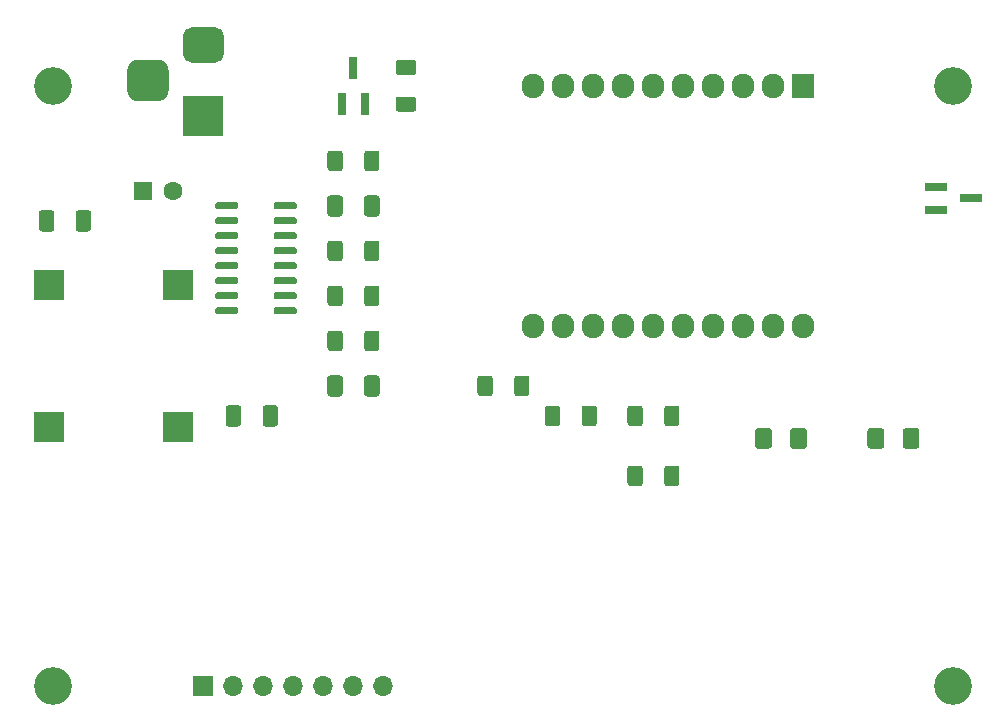
<source format=gbr>
%TF.GenerationSoftware,KiCad,Pcbnew,5.1.8+dfsg1-1+b1*%
%TF.CreationDate,2021-04-12T18:27:31-05:00*%
%TF.ProjectId,weather,77656174-6865-4722-9e6b-696361645f70,B*%
%TF.SameCoordinates,Original*%
%TF.FileFunction,Soldermask,Top*%
%TF.FilePolarity,Negative*%
%FSLAX46Y46*%
G04 Gerber Fmt 4.6, Leading zero omitted, Abs format (unit mm)*
G04 Created by KiCad (PCBNEW 5.1.8+dfsg1-1+b1) date 2021-04-12 18:27:31*
%MOMM*%
%LPD*%
G01*
G04 APERTURE LIST*
%ADD10R,0.800000X1.900000*%
%ADD11R,1.900000X0.800000*%
%ADD12C,1.600000*%
%ADD13R,1.600000X1.600000*%
%ADD14R,2.500000X2.500000*%
%ADD15O,1.700000X1.700000*%
%ADD16R,1.700000X1.700000*%
%ADD17R,3.500000X3.500000*%
%ADD18O,1.900000X2.100000*%
%ADD19R,1.900000X2.100000*%
%ADD20C,3.200000*%
G04 APERTURE END LIST*
D10*
%TO.C,Q2*%
X76200000Y-49300000D03*
X77150000Y-52300000D03*
X75250000Y-52300000D03*
%TD*%
D11*
%TO.C,Q1*%
X128500000Y-60325000D03*
X125500000Y-61275000D03*
X125500000Y-59375000D03*
%TD*%
%TO.C,R9*%
G36*
G01*
X77100000Y-65395000D02*
X77100000Y-64145000D01*
G75*
G02*
X77350000Y-63895000I250000J0D01*
G01*
X78150000Y-63895000D01*
G75*
G02*
X78400000Y-64145000I0J-250000D01*
G01*
X78400000Y-65395000D01*
G75*
G02*
X78150000Y-65645000I-250000J0D01*
G01*
X77350000Y-65645000D01*
G75*
G02*
X77100000Y-65395000I0J250000D01*
G01*
G37*
G36*
G01*
X74000000Y-65395000D02*
X74000000Y-64145000D01*
G75*
G02*
X74250000Y-63895000I250000J0D01*
G01*
X75050000Y-63895000D01*
G75*
G02*
X75300000Y-64145000I0J-250000D01*
G01*
X75300000Y-65395000D01*
G75*
G02*
X75050000Y-65645000I-250000J0D01*
G01*
X74250000Y-65645000D01*
G75*
G02*
X74000000Y-65395000I0J250000D01*
G01*
G37*
%TD*%
%TO.C,R8*%
G36*
G01*
X75300000Y-56525000D02*
X75300000Y-57775000D01*
G75*
G02*
X75050000Y-58025000I-250000J0D01*
G01*
X74250000Y-58025000D01*
G75*
G02*
X74000000Y-57775000I0J250000D01*
G01*
X74000000Y-56525000D01*
G75*
G02*
X74250000Y-56275000I250000J0D01*
G01*
X75050000Y-56275000D01*
G75*
G02*
X75300000Y-56525000I0J-250000D01*
G01*
G37*
G36*
G01*
X78400000Y-56525000D02*
X78400000Y-57775000D01*
G75*
G02*
X78150000Y-58025000I-250000J0D01*
G01*
X77350000Y-58025000D01*
G75*
G02*
X77100000Y-57775000I0J250000D01*
G01*
X77100000Y-56525000D01*
G75*
G02*
X77350000Y-56275000I250000J0D01*
G01*
X78150000Y-56275000D01*
G75*
G02*
X78400000Y-56525000I0J-250000D01*
G01*
G37*
%TD*%
%TO.C,R7*%
G36*
G01*
X81270000Y-49900000D02*
X80020000Y-49900000D01*
G75*
G02*
X79770000Y-49650000I0J250000D01*
G01*
X79770000Y-48850000D01*
G75*
G02*
X80020000Y-48600000I250000J0D01*
G01*
X81270000Y-48600000D01*
G75*
G02*
X81520000Y-48850000I0J-250000D01*
G01*
X81520000Y-49650000D01*
G75*
G02*
X81270000Y-49900000I-250000J0D01*
G01*
G37*
G36*
G01*
X81270000Y-53000000D02*
X80020000Y-53000000D01*
G75*
G02*
X79770000Y-52750000I0J250000D01*
G01*
X79770000Y-51950000D01*
G75*
G02*
X80020000Y-51700000I250000J0D01*
G01*
X81270000Y-51700000D01*
G75*
G02*
X81520000Y-51950000I0J-250000D01*
G01*
X81520000Y-52750000D01*
G75*
G02*
X81270000Y-53000000I-250000J0D01*
G01*
G37*
%TD*%
%TO.C,R6*%
G36*
G01*
X75300000Y-67955000D02*
X75300000Y-69205000D01*
G75*
G02*
X75050000Y-69455000I-250000J0D01*
G01*
X74250000Y-69455000D01*
G75*
G02*
X74000000Y-69205000I0J250000D01*
G01*
X74000000Y-67955000D01*
G75*
G02*
X74250000Y-67705000I250000J0D01*
G01*
X75050000Y-67705000D01*
G75*
G02*
X75300000Y-67955000I0J-250000D01*
G01*
G37*
G36*
G01*
X78400000Y-67955000D02*
X78400000Y-69205000D01*
G75*
G02*
X78150000Y-69455000I-250000J0D01*
G01*
X77350000Y-69455000D01*
G75*
G02*
X77100000Y-69205000I0J250000D01*
G01*
X77100000Y-67955000D01*
G75*
G02*
X77350000Y-67705000I250000J0D01*
G01*
X78150000Y-67705000D01*
G75*
G02*
X78400000Y-67955000I0J-250000D01*
G01*
G37*
%TD*%
%TO.C,R5*%
G36*
G01*
X75300000Y-71765000D02*
X75300000Y-73015000D01*
G75*
G02*
X75050000Y-73265000I-250000J0D01*
G01*
X74250000Y-73265000D01*
G75*
G02*
X74000000Y-73015000I0J250000D01*
G01*
X74000000Y-71765000D01*
G75*
G02*
X74250000Y-71515000I250000J0D01*
G01*
X75050000Y-71515000D01*
G75*
G02*
X75300000Y-71765000I0J-250000D01*
G01*
G37*
G36*
G01*
X78400000Y-71765000D02*
X78400000Y-73015000D01*
G75*
G02*
X78150000Y-73265000I-250000J0D01*
G01*
X77350000Y-73265000D01*
G75*
G02*
X77100000Y-73015000I0J250000D01*
G01*
X77100000Y-71765000D01*
G75*
G02*
X77350000Y-71515000I250000J0D01*
G01*
X78150000Y-71515000D01*
G75*
G02*
X78400000Y-71765000I0J-250000D01*
G01*
G37*
%TD*%
%TO.C,C5*%
G36*
G01*
X77100000Y-61610001D02*
X77100000Y-60309999D01*
G75*
G02*
X77349999Y-60060000I249999J0D01*
G01*
X78175001Y-60060000D01*
G75*
G02*
X78425000Y-60309999I0J-249999D01*
G01*
X78425000Y-61610001D01*
G75*
G02*
X78175001Y-61860000I-249999J0D01*
G01*
X77349999Y-61860000D01*
G75*
G02*
X77100000Y-61610001I0J249999D01*
G01*
G37*
G36*
G01*
X73975000Y-61610001D02*
X73975000Y-60309999D01*
G75*
G02*
X74224999Y-60060000I249999J0D01*
G01*
X75050001Y-60060000D01*
G75*
G02*
X75300000Y-60309999I0J-249999D01*
G01*
X75300000Y-61610001D01*
G75*
G02*
X75050001Y-61860000I-249999J0D01*
G01*
X74224999Y-61860000D01*
G75*
G02*
X73975000Y-61610001I0J249999D01*
G01*
G37*
%TD*%
%TO.C,C4*%
G36*
G01*
X77100000Y-76850001D02*
X77100000Y-75549999D01*
G75*
G02*
X77349999Y-75300000I249999J0D01*
G01*
X78175001Y-75300000D01*
G75*
G02*
X78425000Y-75549999I0J-249999D01*
G01*
X78425000Y-76850001D01*
G75*
G02*
X78175001Y-77100000I-249999J0D01*
G01*
X77349999Y-77100000D01*
G75*
G02*
X77100000Y-76850001I0J249999D01*
G01*
G37*
G36*
G01*
X73975000Y-76850001D02*
X73975000Y-75549999D01*
G75*
G02*
X74224999Y-75300000I249999J0D01*
G01*
X75050001Y-75300000D01*
G75*
G02*
X75300000Y-75549999I0J-249999D01*
G01*
X75300000Y-76850001D01*
G75*
G02*
X75050001Y-77100000I-249999J0D01*
G01*
X74224999Y-77100000D01*
G75*
G02*
X73975000Y-76850001I0J249999D01*
G01*
G37*
%TD*%
%TO.C,U2*%
G36*
G01*
X69445000Y-61110000D02*
X69445000Y-60810000D01*
G75*
G02*
X69595000Y-60660000I150000J0D01*
G01*
X71245000Y-60660000D01*
G75*
G02*
X71395000Y-60810000I0J-150000D01*
G01*
X71395000Y-61110000D01*
G75*
G02*
X71245000Y-61260000I-150000J0D01*
G01*
X69595000Y-61260000D01*
G75*
G02*
X69445000Y-61110000I0J150000D01*
G01*
G37*
G36*
G01*
X69445000Y-62380000D02*
X69445000Y-62080000D01*
G75*
G02*
X69595000Y-61930000I150000J0D01*
G01*
X71245000Y-61930000D01*
G75*
G02*
X71395000Y-62080000I0J-150000D01*
G01*
X71395000Y-62380000D01*
G75*
G02*
X71245000Y-62530000I-150000J0D01*
G01*
X69595000Y-62530000D01*
G75*
G02*
X69445000Y-62380000I0J150000D01*
G01*
G37*
G36*
G01*
X69445000Y-63650000D02*
X69445000Y-63350000D01*
G75*
G02*
X69595000Y-63200000I150000J0D01*
G01*
X71245000Y-63200000D01*
G75*
G02*
X71395000Y-63350000I0J-150000D01*
G01*
X71395000Y-63650000D01*
G75*
G02*
X71245000Y-63800000I-150000J0D01*
G01*
X69595000Y-63800000D01*
G75*
G02*
X69445000Y-63650000I0J150000D01*
G01*
G37*
G36*
G01*
X69445000Y-64920000D02*
X69445000Y-64620000D01*
G75*
G02*
X69595000Y-64470000I150000J0D01*
G01*
X71245000Y-64470000D01*
G75*
G02*
X71395000Y-64620000I0J-150000D01*
G01*
X71395000Y-64920000D01*
G75*
G02*
X71245000Y-65070000I-150000J0D01*
G01*
X69595000Y-65070000D01*
G75*
G02*
X69445000Y-64920000I0J150000D01*
G01*
G37*
G36*
G01*
X69445000Y-66190000D02*
X69445000Y-65890000D01*
G75*
G02*
X69595000Y-65740000I150000J0D01*
G01*
X71245000Y-65740000D01*
G75*
G02*
X71395000Y-65890000I0J-150000D01*
G01*
X71395000Y-66190000D01*
G75*
G02*
X71245000Y-66340000I-150000J0D01*
G01*
X69595000Y-66340000D01*
G75*
G02*
X69445000Y-66190000I0J150000D01*
G01*
G37*
G36*
G01*
X69445000Y-67460000D02*
X69445000Y-67160000D01*
G75*
G02*
X69595000Y-67010000I150000J0D01*
G01*
X71245000Y-67010000D01*
G75*
G02*
X71395000Y-67160000I0J-150000D01*
G01*
X71395000Y-67460000D01*
G75*
G02*
X71245000Y-67610000I-150000J0D01*
G01*
X69595000Y-67610000D01*
G75*
G02*
X69445000Y-67460000I0J150000D01*
G01*
G37*
G36*
G01*
X69445000Y-68730000D02*
X69445000Y-68430000D01*
G75*
G02*
X69595000Y-68280000I150000J0D01*
G01*
X71245000Y-68280000D01*
G75*
G02*
X71395000Y-68430000I0J-150000D01*
G01*
X71395000Y-68730000D01*
G75*
G02*
X71245000Y-68880000I-150000J0D01*
G01*
X69595000Y-68880000D01*
G75*
G02*
X69445000Y-68730000I0J150000D01*
G01*
G37*
G36*
G01*
X69445000Y-70000000D02*
X69445000Y-69700000D01*
G75*
G02*
X69595000Y-69550000I150000J0D01*
G01*
X71245000Y-69550000D01*
G75*
G02*
X71395000Y-69700000I0J-150000D01*
G01*
X71395000Y-70000000D01*
G75*
G02*
X71245000Y-70150000I-150000J0D01*
G01*
X69595000Y-70150000D01*
G75*
G02*
X69445000Y-70000000I0J150000D01*
G01*
G37*
G36*
G01*
X64495000Y-70000000D02*
X64495000Y-69700000D01*
G75*
G02*
X64645000Y-69550000I150000J0D01*
G01*
X66295000Y-69550000D01*
G75*
G02*
X66445000Y-69700000I0J-150000D01*
G01*
X66445000Y-70000000D01*
G75*
G02*
X66295000Y-70150000I-150000J0D01*
G01*
X64645000Y-70150000D01*
G75*
G02*
X64495000Y-70000000I0J150000D01*
G01*
G37*
G36*
G01*
X64495000Y-68730000D02*
X64495000Y-68430000D01*
G75*
G02*
X64645000Y-68280000I150000J0D01*
G01*
X66295000Y-68280000D01*
G75*
G02*
X66445000Y-68430000I0J-150000D01*
G01*
X66445000Y-68730000D01*
G75*
G02*
X66295000Y-68880000I-150000J0D01*
G01*
X64645000Y-68880000D01*
G75*
G02*
X64495000Y-68730000I0J150000D01*
G01*
G37*
G36*
G01*
X64495000Y-67460000D02*
X64495000Y-67160000D01*
G75*
G02*
X64645000Y-67010000I150000J0D01*
G01*
X66295000Y-67010000D01*
G75*
G02*
X66445000Y-67160000I0J-150000D01*
G01*
X66445000Y-67460000D01*
G75*
G02*
X66295000Y-67610000I-150000J0D01*
G01*
X64645000Y-67610000D01*
G75*
G02*
X64495000Y-67460000I0J150000D01*
G01*
G37*
G36*
G01*
X64495000Y-66190000D02*
X64495000Y-65890000D01*
G75*
G02*
X64645000Y-65740000I150000J0D01*
G01*
X66295000Y-65740000D01*
G75*
G02*
X66445000Y-65890000I0J-150000D01*
G01*
X66445000Y-66190000D01*
G75*
G02*
X66295000Y-66340000I-150000J0D01*
G01*
X64645000Y-66340000D01*
G75*
G02*
X64495000Y-66190000I0J150000D01*
G01*
G37*
G36*
G01*
X64495000Y-64920000D02*
X64495000Y-64620000D01*
G75*
G02*
X64645000Y-64470000I150000J0D01*
G01*
X66295000Y-64470000D01*
G75*
G02*
X66445000Y-64620000I0J-150000D01*
G01*
X66445000Y-64920000D01*
G75*
G02*
X66295000Y-65070000I-150000J0D01*
G01*
X64645000Y-65070000D01*
G75*
G02*
X64495000Y-64920000I0J150000D01*
G01*
G37*
G36*
G01*
X64495000Y-63650000D02*
X64495000Y-63350000D01*
G75*
G02*
X64645000Y-63200000I150000J0D01*
G01*
X66295000Y-63200000D01*
G75*
G02*
X66445000Y-63350000I0J-150000D01*
G01*
X66445000Y-63650000D01*
G75*
G02*
X66295000Y-63800000I-150000J0D01*
G01*
X64645000Y-63800000D01*
G75*
G02*
X64495000Y-63650000I0J150000D01*
G01*
G37*
G36*
G01*
X64495000Y-62380000D02*
X64495000Y-62080000D01*
G75*
G02*
X64645000Y-61930000I150000J0D01*
G01*
X66295000Y-61930000D01*
G75*
G02*
X66445000Y-62080000I0J-150000D01*
G01*
X66445000Y-62380000D01*
G75*
G02*
X66295000Y-62530000I-150000J0D01*
G01*
X64645000Y-62530000D01*
G75*
G02*
X64495000Y-62380000I0J150000D01*
G01*
G37*
G36*
G01*
X64495000Y-61110000D02*
X64495000Y-60810000D01*
G75*
G02*
X64645000Y-60660000I150000J0D01*
G01*
X66295000Y-60660000D01*
G75*
G02*
X66445000Y-60810000I0J-150000D01*
G01*
X66445000Y-61110000D01*
G75*
G02*
X66295000Y-61260000I-150000J0D01*
G01*
X64645000Y-61260000D01*
G75*
G02*
X64495000Y-61110000I0J150000D01*
G01*
G37*
%TD*%
D12*
%TO.C,C1*%
X60920000Y-59690000D03*
D13*
X58420000Y-59690000D03*
%TD*%
D14*
%TO.C,PS1*%
X50380000Y-79660000D03*
X61380000Y-79660000D03*
X61380000Y-67660000D03*
X50380000Y-67660000D03*
%TD*%
%TO.C,R4*%
G36*
G01*
X89800000Y-76825001D02*
X89800000Y-75574999D01*
G75*
G02*
X90049999Y-75325000I249999J0D01*
G01*
X90850001Y-75325000D01*
G75*
G02*
X91100000Y-75574999I0J-249999D01*
G01*
X91100000Y-76825001D01*
G75*
G02*
X90850001Y-77075000I-249999J0D01*
G01*
X90049999Y-77075000D01*
G75*
G02*
X89800000Y-76825001I0J249999D01*
G01*
G37*
G36*
G01*
X86700000Y-76825001D02*
X86700000Y-75574999D01*
G75*
G02*
X86949999Y-75325000I249999J0D01*
G01*
X87750001Y-75325000D01*
G75*
G02*
X88000000Y-75574999I0J-249999D01*
G01*
X88000000Y-76825001D01*
G75*
G02*
X87750001Y-77075000I-249999J0D01*
G01*
X86949999Y-77075000D01*
G75*
G02*
X86700000Y-76825001I0J249999D01*
G01*
G37*
%TD*%
%TO.C,R3*%
G36*
G01*
X95515000Y-79365001D02*
X95515000Y-78114999D01*
G75*
G02*
X95764999Y-77865000I249999J0D01*
G01*
X96565001Y-77865000D01*
G75*
G02*
X96815000Y-78114999I0J-249999D01*
G01*
X96815000Y-79365001D01*
G75*
G02*
X96565001Y-79615000I-249999J0D01*
G01*
X95764999Y-79615000D01*
G75*
G02*
X95515000Y-79365001I0J249999D01*
G01*
G37*
G36*
G01*
X92415000Y-79365001D02*
X92415000Y-78114999D01*
G75*
G02*
X92664999Y-77865000I249999J0D01*
G01*
X93465001Y-77865000D01*
G75*
G02*
X93715000Y-78114999I0J-249999D01*
G01*
X93715000Y-79365001D01*
G75*
G02*
X93465001Y-79615000I-249999J0D01*
G01*
X92664999Y-79615000D01*
G75*
G02*
X92415000Y-79365001I0J249999D01*
G01*
G37*
%TD*%
%TO.C,C3*%
G36*
G01*
X68502500Y-79390003D02*
X68502500Y-78089997D01*
G75*
G02*
X68752497Y-77840000I249997J0D01*
G01*
X69577503Y-77840000D01*
G75*
G02*
X69827500Y-78089997I0J-249997D01*
G01*
X69827500Y-79390003D01*
G75*
G02*
X69577503Y-79640000I-249997J0D01*
G01*
X68752497Y-79640000D01*
G75*
G02*
X68502500Y-79390003I0J249997D01*
G01*
G37*
G36*
G01*
X65377500Y-79390003D02*
X65377500Y-78089997D01*
G75*
G02*
X65627497Y-77840000I249997J0D01*
G01*
X66452503Y-77840000D01*
G75*
G02*
X66702500Y-78089997I0J-249997D01*
G01*
X66702500Y-79390003D01*
G75*
G02*
X66452503Y-79640000I-249997J0D01*
G01*
X65627497Y-79640000D01*
G75*
G02*
X65377500Y-79390003I0J249997D01*
G01*
G37*
%TD*%
%TO.C,C2*%
G36*
G01*
X52677500Y-62880003D02*
X52677500Y-61579997D01*
G75*
G02*
X52927497Y-61330000I249997J0D01*
G01*
X53752503Y-61330000D01*
G75*
G02*
X54002500Y-61579997I0J-249997D01*
G01*
X54002500Y-62880003D01*
G75*
G02*
X53752503Y-63130000I-249997J0D01*
G01*
X52927497Y-63130000D01*
G75*
G02*
X52677500Y-62880003I0J249997D01*
G01*
G37*
G36*
G01*
X49552500Y-62880003D02*
X49552500Y-61579997D01*
G75*
G02*
X49802497Y-61330000I249997J0D01*
G01*
X50627503Y-61330000D01*
G75*
G02*
X50877500Y-61579997I0J-249997D01*
G01*
X50877500Y-62880003D01*
G75*
G02*
X50627503Y-63130000I-249997J0D01*
G01*
X49802497Y-63130000D01*
G75*
G02*
X49552500Y-62880003I0J249997D01*
G01*
G37*
%TD*%
%TO.C,R2*%
G36*
G01*
X102500000Y-84445001D02*
X102500000Y-83194999D01*
G75*
G02*
X102749999Y-82945000I249999J0D01*
G01*
X103550001Y-82945000D01*
G75*
G02*
X103800000Y-83194999I0J-249999D01*
G01*
X103800000Y-84445001D01*
G75*
G02*
X103550001Y-84695000I-249999J0D01*
G01*
X102749999Y-84695000D01*
G75*
G02*
X102500000Y-84445001I0J249999D01*
G01*
G37*
G36*
G01*
X99400000Y-84445001D02*
X99400000Y-83194999D01*
G75*
G02*
X99649999Y-82945000I249999J0D01*
G01*
X100450001Y-82945000D01*
G75*
G02*
X100700000Y-83194999I0J-249999D01*
G01*
X100700000Y-84445001D01*
G75*
G02*
X100450001Y-84695000I-249999J0D01*
G01*
X99649999Y-84695000D01*
G75*
G02*
X99400000Y-84445001I0J249999D01*
G01*
G37*
%TD*%
%TO.C,R1*%
G36*
G01*
X102500000Y-79365001D02*
X102500000Y-78114999D01*
G75*
G02*
X102749999Y-77865000I249999J0D01*
G01*
X103550001Y-77865000D01*
G75*
G02*
X103800000Y-78114999I0J-249999D01*
G01*
X103800000Y-79365001D01*
G75*
G02*
X103550001Y-79615000I-249999J0D01*
G01*
X102749999Y-79615000D01*
G75*
G02*
X102500000Y-79365001I0J249999D01*
G01*
G37*
G36*
G01*
X99400000Y-79365001D02*
X99400000Y-78114999D01*
G75*
G02*
X99649999Y-77865000I249999J0D01*
G01*
X100450001Y-77865000D01*
G75*
G02*
X100700000Y-78114999I0J-249999D01*
G01*
X100700000Y-79365001D01*
G75*
G02*
X100450001Y-79615000I-249999J0D01*
G01*
X99649999Y-79615000D01*
G75*
G02*
X99400000Y-79365001I0J249999D01*
G01*
G37*
%TD*%
%TO.C,D2*%
G36*
G01*
X121145000Y-80020000D02*
X121145000Y-81270000D01*
G75*
G02*
X120895000Y-81520000I-250000J0D01*
G01*
X119970000Y-81520000D01*
G75*
G02*
X119720000Y-81270000I0J250000D01*
G01*
X119720000Y-80020000D01*
G75*
G02*
X119970000Y-79770000I250000J0D01*
G01*
X120895000Y-79770000D01*
G75*
G02*
X121145000Y-80020000I0J-250000D01*
G01*
G37*
G36*
G01*
X124120000Y-80020000D02*
X124120000Y-81270000D01*
G75*
G02*
X123870000Y-81520000I-250000J0D01*
G01*
X122945000Y-81520000D01*
G75*
G02*
X122695000Y-81270000I0J250000D01*
G01*
X122695000Y-80020000D01*
G75*
G02*
X122945000Y-79770000I250000J0D01*
G01*
X123870000Y-79770000D01*
G75*
G02*
X124120000Y-80020000I0J-250000D01*
G01*
G37*
%TD*%
%TO.C,D1*%
G36*
G01*
X111620000Y-80020000D02*
X111620000Y-81270000D01*
G75*
G02*
X111370000Y-81520000I-250000J0D01*
G01*
X110445000Y-81520000D01*
G75*
G02*
X110195000Y-81270000I0J250000D01*
G01*
X110195000Y-80020000D01*
G75*
G02*
X110445000Y-79770000I250000J0D01*
G01*
X111370000Y-79770000D01*
G75*
G02*
X111620000Y-80020000I0J-250000D01*
G01*
G37*
G36*
G01*
X114595000Y-80020000D02*
X114595000Y-81270000D01*
G75*
G02*
X114345000Y-81520000I-250000J0D01*
G01*
X113420000Y-81520000D01*
G75*
G02*
X113170000Y-81270000I0J250000D01*
G01*
X113170000Y-80020000D01*
G75*
G02*
X113420000Y-79770000I250000J0D01*
G01*
X114345000Y-79770000D01*
G75*
G02*
X114595000Y-80020000I0J-250000D01*
G01*
G37*
%TD*%
D15*
%TO.C,U1*%
X78740000Y-101600000D03*
X76200000Y-101600000D03*
X73660000Y-101600000D03*
X71120000Y-101600000D03*
X68580000Y-101600000D03*
X66040000Y-101600000D03*
D16*
X63500000Y-101600000D03*
%TD*%
%TO.C,J1*%
G36*
G01*
X57925000Y-48590000D02*
X59675000Y-48590000D01*
G75*
G02*
X60550000Y-49465000I0J-875000D01*
G01*
X60550000Y-51215000D01*
G75*
G02*
X59675000Y-52090000I-875000J0D01*
G01*
X57925000Y-52090000D01*
G75*
G02*
X57050000Y-51215000I0J875000D01*
G01*
X57050000Y-49465000D01*
G75*
G02*
X57925000Y-48590000I875000J0D01*
G01*
G37*
G36*
G01*
X62500000Y-45840000D02*
X64500000Y-45840000D01*
G75*
G02*
X65250000Y-46590000I0J-750000D01*
G01*
X65250000Y-48090000D01*
G75*
G02*
X64500000Y-48840000I-750000J0D01*
G01*
X62500000Y-48840000D01*
G75*
G02*
X61750000Y-48090000I0J750000D01*
G01*
X61750000Y-46590000D01*
G75*
G02*
X62500000Y-45840000I750000J0D01*
G01*
G37*
D17*
X63500000Y-53340000D03*
%TD*%
D18*
%TO.C,A1*%
X91440000Y-71120000D03*
X91440000Y-50800000D03*
X93980000Y-71120000D03*
X93980000Y-50800000D03*
X96520000Y-71120000D03*
X96520000Y-50800000D03*
X99060000Y-71120000D03*
X99060000Y-50800000D03*
X101600000Y-71120000D03*
X101600000Y-50800000D03*
X104140000Y-71120000D03*
X104140000Y-50800000D03*
X106680000Y-71120000D03*
X106680000Y-50800000D03*
X109220000Y-71120000D03*
X109220000Y-50800000D03*
X111760000Y-71120000D03*
X111760000Y-50800000D03*
X114300000Y-71120000D03*
D19*
X114300000Y-50800000D03*
%TD*%
D20*
%TO.C,REF\u002A\u002A*%
X127000000Y-50800000D03*
%TD*%
%TO.C,REF\u002A\u002A*%
X127000000Y-101600000D03*
%TD*%
%TO.C,REF\u002A\u002A*%
X50800000Y-101600000D03*
%TD*%
%TO.C,REF\u002A\u002A*%
X50800000Y-50800000D03*
%TD*%
M02*

</source>
